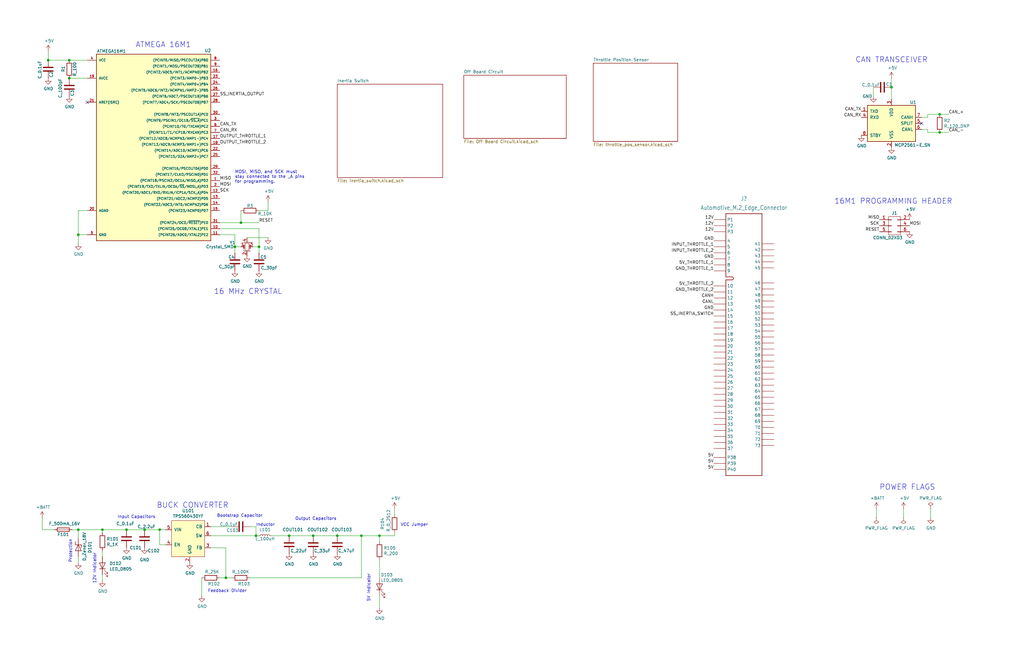
<source format=kicad_sch>
(kicad_sch (version 20211123) (generator eeschema)
  (paper "B")
  (title_block (title "OEM Project Template") (date "2019-08-22") (rev "1") (company "Olin Electric Motorsports") (comment 1 "Wesley Soo-Hoo"))
  (lib_symbols
    (symbol "formula:ATMEGA16M1" (pin_names (offset 1.016))
      (property "Reference" "U" (at -24.13 46.482 0))
      (property "Value" "ATMEGA16M1" (at 12.7 -35.56 0))
      (symbol "ATMEGA16M1_0_1"
        (rectangle (start -24.13 45.72) (end 24.13 -33.02) (stroke (width 0.254)) (fill (type background)))
      )
      (symbol "ATMEGA16M1_1_1"
        (pin bidirectional line (at 27.94 -7.62 180) (length 3.81) (name "(PCINT18/PSCIN2/OC1A/MISO_A)PD2") (number "1"))
        (pin bidirectional line (at 27.94 -27.94 180) (length 3.81) (name "(PCINT25/OC0B/XTAL1)PE1") (number "10"))
        (pin bidirectional line (at 27.94 -30.48 180) (length 3.81) (name "(PCINT26/ADC0/XTAL2)PE2") (number "11"))
        (pin bidirectional line (at 27.94 -12.7 180) (length 3.81) (name "(PCINT20/ADC1/RXD/RXLIN/ICP1A/SCK_A)PD4") (number "12"))
        (pin bidirectional line (at 27.94 -15.24 180) (length 3.81) (name "(PCINT21/ADC2/ACMP2)PD5") (number "13"))
        (pin bidirectional line (at 27.94 -17.78 180) (length 3.81) (name "(PCINT22/ADC3/INT0/ACMPN2)PD6") (number "14"))
        (pin bidirectional line (at 27.94 -20.32 180) (length 3.81) (name "(PCINT23/ACMP0)PD7") (number "15"))
        (pin bidirectional line (at 27.94 38.1 180) (length 3.81) (name "(PCINT2/ADC5/INT1/ACMPN0)PB2") (number "16"))
        (pin bidirectional line (at 27.94 10.16 180) (length 3.81) (name "(PCINT12/ADC8/ACMPN3/AMP1-)PC4") (number "17"))
        (pin bidirectional line (at 27.94 7.62 180) (length 3.81) (name "(PCINT13/ADC9/ACMP3/AMP1+)PC5") (number "18"))
        (pin power_in line (at -27.94 35.56 0) (length 3.81) (name "AVCC") (number "19"))
        (pin bidirectional line (at 27.94 -10.16 180) (length 3.81) (name "(PCINT19/TXD/TXLIN/OC0A/~{SS}/MOSI_A)PD3") (number "2"))
        (pin power_in line (at -27.94 -20.32 0) (length 3.81) (name "AGND") (number "20"))
        (pin power_in line (at -27.94 25.4 0) (length 3.81) (name "AREF(ISRC)") (number "21"))
        (pin bidirectional line (at 27.94 5.08 180) (length 3.81) (name "(PCINT14/ADC10/ACMP1)PC6") (number "22"))
        (pin bidirectional line (at 27.94 35.56 180) (length 3.81) (name "(PCINT3/AMP0-)PB3") (number "23"))
        (pin bidirectional line (at 27.94 33.02 180) (length 3.81) (name "(PCINT4/AMP0+)PB4") (number "24"))
        (pin bidirectional line (at 27.94 2.54 180) (length 3.81) (name "(PCINT15/D2A/AMP2+)PC7") (number "25"))
        (pin bidirectional line (at 27.94 30.48 180) (length 3.81) (name "(PCINT5/ADC6/INT2/ACMPN1/AMP2-)PB5") (number "26"))
        (pin bidirectional line (at 27.94 27.94 180) (length 3.81) (name "(PCINT6/ADC7/PSCOUT1B)PB6") (number "27"))
        (pin bidirectional line (at 27.94 25.4 180) (length 3.81) (name "(PCINT7/ADC4/SCK/PSCOUT0B)PB7") (number "28"))
        (pin bidirectional line (at 27.94 -2.54 180) (length 3.81) (name "(PCINT16/PSCOUT0A)PD0") (number "29"))
        (pin bidirectional line (at 27.94 17.78 180) (length 3.81) (name "(PCINT9/PSCIN1/OC1B/~{SS_A})PC1") (number "3"))
        (pin bidirectional line (at 27.94 20.32 180) (length 3.81) (name "(PCINT8/INT3/PSCOUT1A)PC0") (number "30"))
        (pin bidirectional line (at 27.94 -25.4 180) (length 3.81) (name "(PCINT24/OCD/~{RESET})PE0") (number "31"))
        (pin bidirectional line (at 27.94 -5.08 180) (length 3.81) (name "(PCINT17/CLKO/PSCIN0)PD1") (number "32"))
        (pin power_in line (at -27.94 43.18 0) (length 3.81) (name "VCC") (number "4"))
        (pin power_in line (at -27.94 -30.48 0) (length 3.81) (name "GND") (number "5"))
        (pin bidirectional line (at 27.94 15.24 180) (length 3.81) (name "(PCINT10/T0/TXCAN)PC2") (number "6"))
        (pin bidirectional line (at 27.94 12.7 180) (length 3.81) (name "(PCINT11/T1/ICP1B/RXCAN)PC3") (number "7"))
        (pin bidirectional line (at 27.94 43.18 180) (length 3.81) (name "(PCINT0/MISO/PSCOUT2A)PB0") (number "8"))
        (pin bidirectional line (at 27.94 40.64 180) (length 3.81) (name "(PCINT1/MOSI/PSCOUT2B)PB1") (number "9"))
      )
    )
    (symbol "formula:Automotive_M.2_Edge_Connector"
      (property "Reference" "J?" (at 1.27 49.53 0))
      (property "Value" "Automotive_M.2_Edge_Connector" (at 7.62 45.72 0))
      (symbol "Automotive_M.2_Edge_Connector_0_1"
        (arc (start -5.0436 15.2415) (mid -4.4198 15.8765) (end -5.0436 16.5115) (stroke (width 0.25)))
        (polyline (pts (xy -7.62 15.24) (xy -5.08 15.24)) (stroke (width 0.25)))
        (polyline (pts (xy -7.62 16.51) (xy -5.08 16.51)) (stroke (width 0.25)))
        (polyline (pts (xy -7.62 43.18) (xy -7.62 16.51)) (stroke (width 0.25)))
        (polyline (pts (xy 7.62 -67.31) (xy -7.62 -67.31)) (stroke (width 0.25)))
      )
      (symbol "Automotive_M.2_Edge_Connector_1_0"
        (polyline (pts (xy -7.62 -67.31) (xy -7.62 15.24)) (stroke (width 0.254)))
        (polyline (pts (xy 7.62 43.18) (xy -7.62 43.18)) (stroke (width 0.254)))
        (polyline (pts (xy 7.62 43.18) (xy 7.62 -67.31)) (stroke (width 0.254)))
        (pin bidirectional line (at -12.7 12.7 0) (length 5.08) (name "10") (number "10"))
        (pin bidirectional line (at -12.7 10.16 0) (length 5.08) (name "11") (number "11"))
        (pin bidirectional line (at -12.7 7.62 0) (length 5.08) (name "12") (number "12"))
        (pin bidirectional line (at -12.7 5.08 0) (length 5.08) (name "13") (number "13"))
        (pin bidirectional line (at -12.7 2.54 0) (length 5.08) (name "14") (number "14"))
        (pin bidirectional line (at -12.7 0 0) (length 5.08) (name "15") (number "15"))
        (pin bidirectional line (at -12.7 -2.54 0) (length 5.08) (name "16") (number "16"))
        (pin bidirectional line (at -12.7 -5.08 0) (length 5.08) (name "17") (number "17"))
        (pin bidirectional line (at -12.7 -7.62 0) (length 5.08) (name "18") (number "18"))
        (pin bidirectional line (at -12.7 -10.16 0) (length 5.08) (name "19") (number "19"))
        (pin bidirectional line (at -12.7 -12.7 0) (length 5.08) (name "20") (number "20"))
        (pin bidirectional line (at -12.7 -15.24 0) (length 5.08) (name "21") (number "21"))
        (pin bidirectional line (at -12.7 -17.78 0) (length 5.08) (name "22") (number "22"))
        (pin bidirectional line (at -12.7 -20.32 0) (length 5.08) (name "23") (number "23"))
        (pin bidirectional line (at -12.7 -22.86 0) (length 5.08) (name "24") (number "24"))
        (pin bidirectional line (at -12.7 -25.4 0) (length 5.08) (name "25") (number "25"))
        (pin bidirectional line (at -12.7 -27.94 0) (length 5.08) (name "26") (number "26"))
        (pin bidirectional line (at -12.7 -30.48 0) (length 5.08) (name "27") (number "27"))
        (pin bidirectional line (at -12.7 -33.02 0) (length 5.08) (name "28") (number "28"))
        (pin bidirectional line (at -12.7 -35.56 0) (length 5.08) (name "29") (number "29"))
        (pin bidirectional line (at -12.7 -38.1 0) (length 5.08) (name "30") (number "30"))
        (pin bidirectional line (at -12.7 -40.64 0) (length 5.08) (name "31") (number "31"))
        (pin bidirectional line (at -12.7 -43.18 0) (length 5.08) (name "32") (number "32"))
        (pin bidirectional line (at -12.7 -45.72 0) (length 5.08) (name "33") (number "33"))
        (pin bidirectional line (at -12.7 -48.26 0) (length 5.08) (name "34") (number "34"))
        (pin bidirectional line (at -12.7 -50.8 0) (length 5.08) (name "35") (number "35"))
        (pin bidirectional line (at -12.7 -53.34 0) (length 5.08) (name "36") (number "36"))
        (pin bidirectional line (at -12.7 -55.88 0) (length 5.08) (name "37") (number "37"))
        (pin bidirectional line (at -12.7 31.75 0) (length 5.08) (name "4") (number "4"))
        (pin bidirectional line (at 12.7 30.48 180) (length 5.08) (name "41") (number "41"))
        (pin bidirectional line (at 12.7 27.94 180) (length 5.08) (name "42") (number "42"))
        (pin bidirectional line (at 12.7 25.4 180) (length 5.08) (name "43") (number "43"))
        (pin bidirectional line (at 12.7 22.86 180) (length 5.08) (name "44") (number "44"))
        (pin bidirectional line (at 12.7 20.32 180) (length 5.08) (name "45") (number "45"))
        (pin bidirectional line (at 12.7 13.97 180) (length 5.08) (name "46") (number "46"))
        (pin bidirectional line (at 12.7 11.43 180) (length 5.08) (name "47") (number "47"))
        (pin bidirectional line (at 12.7 8.89 180) (length 5.08) (name "48") (number "48"))
        (pin bidirectional line (at 12.7 6.35 180) (length 5.08) (name "49") (number "49"))
        (pin bidirectional line (at -12.7 29.21 0) (length 5.08) (name "5") (number "5"))
        (pin bidirectional line (at 12.7 3.81 180) (length 5.08) (name "50") (number "50"))
        (pin bidirectional line (at 12.7 1.27 180) (length 5.08) (name "51") (number "51"))
        (pin bidirectional line (at 12.7 -1.27 180) (length 5.08) (name "52") (number "52"))
        (pin bidirectional line (at 12.7 -3.81 180) (length 5.08) (name "53") (number "53"))
        (pin bidirectional line (at 12.7 -6.35 180) (length 5.08) (name "54") (number "54"))
        (pin bidirectional line (at 12.7 -8.89 180) (length 5.08) (name "55") (number "55"))
        (pin bidirectional line (at 12.7 -11.43 180) (length 5.08) (name "56") (number "56"))
        (pin bidirectional line (at 12.7 -13.97 180) (length 5.08) (name "57") (number "57"))
        (pin bidirectional line (at 12.7 -16.51 180) (length 5.08) (name "58") (number "58"))
        (pin bidirectional line (at 12.7 -19.05 180) (length 5.08) (name "59") (number "59"))
        (pin bidirectional line (at -12.7 26.67 0) (length 5.08) (name "6") (number "6"))
        (pin bidirectional line (at 12.7 -21.59 180) (length 5.08) (name "60") (number "60"))
        (pin bidirectional line (at 12.7 -24.13 180) (length 5.08) (name "61") (number "61"))
        (pin bidirectional line (at 12.7 -26.67 180) (length 5.08) (name "62") (number "62"))
        (pin bidirectional line (at 12.7 -29.21 180) (length 5.08) (name "63") (number "63"))
        (pin bidirectional line (at 12.7 -31.75 180) (length 5.08) (name "64") (number "64"))
        (pin bidirectional line (at 12.7 -34.29 180) (length 5.08) (name "65") (number "65"))
        (pin bidirectional line (at 12.7 -36.83 180) (length 5.08) (name "66") (number "66"))
        (pin bidirectional line (at 12.7 -39.37 180) (length 5.08) (name "67") (number "67"))
        (pin bidirectional line (at 12.7 -41.91 180) (length 5.08) (name "68") (number "68"))
        (pin bidirectional line (at 12.7 -44.45 180) (length 5.08) (name "69") (number "69"))
        (pin bidirectional line (at -12.7 24.13 0) (length 5.08) (name "7") (number "7"))
        (pin bidirectional line (at 12.7 -46.99 180) (length 5.08) (name "70") (number "70"))
        (pin bidirectional line (at 12.7 -49.53 180) (length 5.08) (name "71") (number "71"))
        (pin bidirectional line (at 12.7 -52.07 180) (length 5.08) (name "72") (number "72"))
        (pin bidirectional line (at 12.7 -54.61 180) (length 5.08) (name "73") (number "73"))
        (pin bidirectional line (at -12.7 21.59 0) (length 5.08) (name "8") (number "8"))
        (pin bidirectional line (at -12.7 19.05 0) (length 5.08) (name "9") (number "9"))
        (pin bidirectional line (at -12.7 40.64 0) (length 5.08) (name "P1") (number "P1"))
        (pin bidirectional line (at -12.7 38.1 0) (length 5.08) (name "P2") (number "P2"))
        (pin bidirectional line (at -12.7 35.56 0) (length 5.08) (name "P3") (number "P3"))
        (pin bidirectional line (at -12.7 -59.69 0) (length 5.08) (name "P38") (number "P38"))
        (pin bidirectional line (at -12.7 -62.23 0) (length 5.08) (name "P39") (number "P39"))
        (pin bidirectional line (at -12.7 -64.77 0) (length 5.08) (name "P40") (number "P40"))
      )
    )
    (symbol "formula:CONN_02X03" (pin_names (offset 0.0254) hide)
      (property "Reference" "J" (at 0 5.08 0))
      (property "Value" "CONN_02X03" (at 0 -5.08 0))
      (symbol "CONN_02X03_0_1"
        (rectangle (start -2.54 -2.413) (end -1.27 -2.667))
        (rectangle (start -2.54 0.127) (end -1.27 -0.127))
        (rectangle (start -2.54 2.667) (end -1.27 2.413))
        (rectangle (start -2.54 3.81) (end 2.54 -3.81))
        (rectangle (start 1.27 -2.413) (end 2.54 -2.667))
        (rectangle (start 1.27 0.127) (end 2.54 -0.127))
        (rectangle (start 1.27 2.667) (end 2.54 2.413))
      )
      (symbol "CONN_02X03_1_1"
        (pin passive line (at -6.35 2.54 0) (length 3.81) (name "P1") (number "1"))
        (pin passive line (at 6.35 2.54 180) (length 3.81) (name "P2") (number "2"))
        (pin passive line (at -6.35 0 0) (length 3.81) (name "P3") (number "3"))
        (pin passive line (at 6.35 0 180) (length 3.81) (name "P4") (number "4"))
        (pin passive line (at -6.35 -2.54 0) (length 3.81) (name "P5") (number "5"))
        (pin passive line (at 6.35 -2.54 180) (length 3.81) (name "P6") (number "6"))
      )
    )
    (symbol "formula:C_0.1uF" (pin_numbers hide) (pin_names (offset 0.254))
      (property "Reference" "C" (at 0.635 2.54 0))
      (property "Value" "C_0.1uF" (at 0.635 -2.54 0))
      (symbol "C_0.1uF_0_1"
        (polyline (pts (xy -2.032 -0.762) (xy 2.032 -0.762)) (stroke (width 0.508)))
        (polyline (pts (xy -2.032 0.762) (xy 2.032 0.762)) (stroke (width 0.508)))
      )
      (symbol "C_0.1uF_1_1"
        (pin passive line (at 0 3.81 270) (length 2.794) (name "~") (number "1"))
        (pin passive line (at 0 -3.81 90) (length 2.794) (name "~") (number "2"))
      )
    )
    (symbol "formula:C_100pF" (pin_numbers hide) (pin_names (offset 0.254))
      (property "Reference" "C" (at 0.635 2.54 0))
      (property "Value" "C_100pF" (at 0.635 -2.54 0))
      (symbol "C_100pF_0_1"
        (polyline (pts (xy -2.032 -0.762) (xy 2.032 -0.762)) (stroke (width 0.508)))
        (polyline (pts (xy -2.032 0.762) (xy 2.032 0.762)) (stroke (width 0.508)))
      )
      (symbol "C_100pF_1_1"
        (pin passive line (at 0 3.81 270) (length 2.794) (name "~") (number "1"))
        (pin passive line (at 0 -3.81 90) (length 2.794) (name "~") (number "2"))
      )
    )
    (symbol "formula:C_2.2uF" (pin_numbers hide) (pin_names (offset 0.254))
      (property "Reference" "C" (at 0.635 3.81 0))
      (property "Value" "C_2.2uF" (at 0.635 -1.27 0))
      (symbol "C_2.2uF_0_1"
        (polyline (pts (xy -2.032 0.508) (xy 2.032 0.508)) (stroke (width 0.508)))
        (polyline (pts (xy -2.032 2.032) (xy 2.032 2.032)) (stroke (width 0.508)))
      )
      (symbol "C_2.2uF_1_1"
        (pin passive line (at 0 5.08 270) (length 2.794) (name "~") (number "1"))
        (pin passive line (at 0 -2.54 90) (length 2.794) (name "~") (number "2"))
      )
    )
    (symbol "formula:C_22uF" (pin_numbers hide) (pin_names (offset 0.254))
      (property "Reference" "C" (at 0.635 2.54 0))
      (property "Value" "C_22uF" (at 0.635 -2.54 0))
      (symbol "C_22uF_0_1"
        (polyline (pts (xy -2.032 -0.762) (xy 2.032 -0.762)) (stroke (width 0.508)))
        (polyline (pts (xy -2.032 0.762) (xy 2.032 0.762)) (stroke (width 0.508)))
      )
      (symbol "C_22uF_1_1"
        (pin passive line (at 0 3.81 270) (length 2.794) (name "~") (number "1"))
        (pin passive line (at 0 -3.81 90) (length 2.794) (name "~") (number "2"))
      )
    )
    (symbol "formula:C_30pF" (pin_numbers hide) (pin_names (offset 0.254))
      (property "Reference" "C" (at 0.635 2.54 0))
      (property "Value" "C_30pF" (at 0.635 -2.54 0))
      (symbol "C_30pF_0_1"
        (polyline (pts (xy -2.032 -0.762) (xy 2.032 -0.762)) (stroke (width 0.508)))
        (polyline (pts (xy -2.032 0.762) (xy 2.032 0.762)) (stroke (width 0.508)))
      )
      (symbol "C_30pF_1_1"
        (pin passive line (at 0 3.81 270) (length 2.794) (name "~") (number "1"))
        (pin passive line (at 0 -3.81 90) (length 2.794) (name "~") (number "2"))
      )
    )
    (symbol "formula:C_33uF" (pin_numbers hide) (pin_names (offset 0.254))
      (property "Reference" "C" (at 0.635 2.54 0))
      (property "Value" "C_33uF" (at 2.54 -7.62 0))
      (symbol "C_33uF_0_1"
        (polyline (pts (xy -2.032 -0.762) (xy 2.032 -0.762)) (stroke (width 0.508)))
        (polyline (pts (xy -2.032 0.762) (xy 2.032 0.762)) (stroke (width 0.508)))
      )
      (symbol "C_33uF_1_1"
        (pin passive line (at 0 3.81 270) (length 2.794) (name "~") (number "1"))
        (pin passive line (at 0 -3.81 90) (length 2.794) (name "~") (number "2"))
      )
    )
    (symbol "formula:C_47uF" (pin_numbers hide) (pin_names (offset 0.254))
      (property "Reference" "C" (at 0.635 2.54 0))
      (property "Value" "C_47uF" (at 0.635 -2.54 0))
      (symbol "C_47uF_0_1"
        (polyline (pts (xy -2.032 -0.762) (xy 2.032 -0.762)) (stroke (width 0.508)))
        (polyline (pts (xy -2.032 0.762) (xy 2.032 0.762)) (stroke (width 0.508)))
      )
      (symbol "C_47uF_1_1"
        (pin passive line (at 0 3.81 270) (length 2.794) (name "~") (number "1"))
        (pin passive line (at 0 -3.81 90) (length 2.794) (name "~") (number "2"))
      )
    )
    (symbol "formula:Crystal_SMD" (pin_names (offset 1.016) hide)
      (property "Reference" "Y" (at 1.27 4.445 0))
      (property "Value" "Crystal_SMD" (at 1.27 2.54 0))
      (symbol "Crystal_SMD_0_1"
        (rectangle (start -0.762 -1.524) (end 0.762 1.524))
        (polyline (pts (xy -1.27 -0.762) (xy -1.27 0.762)) (stroke (width 0.381)))
        (polyline (pts (xy 1.27 -0.762) (xy 1.27 0.762)) (stroke (width 0.381)))
        (polyline (pts (xy -1.27 -1.27) (xy -1.27 -1.905) (xy 1.27 -1.905) (xy 1.27 -1.27)))
        (polyline (pts (xy -1.27 1.27) (xy -1.27 1.905) (xy 1.27 1.905) (xy 1.27 1.27)))
      )
      (symbol "Crystal_SMD_1_1"
        (pin passive line (at -2.54 0 0) (length 1.27) (name "1") (number "1"))
        (pin passive line (at 0 -3.81 90) (length 1.905) (name "2") (number "2"))
        (pin passive line (at 2.54 0 180) (length 1.27) (name "3") (number "3"))
        (pin passive line (at 0 3.81 270) (length 1.905) (name "4") (number "4"))
      )
    )
    (symbol "formula:D_Zener_18V" (pin_numbers hide) (pin_names (offset 1.016) hide)
      (property "Reference" "D" (at 0 2.54 0))
      (property "Value" "D_Zener_18V" (at 0 -2.54 0))
      (symbol "D_Zener_18V_0_1"
        (polyline (pts (xy -1.27 -1.27) (xy -2.54 -1.27)) (stroke (width 0.2032)))
        (polyline (pts (xy -1.27 1.27) (xy 0 1.27)) (stroke (width 0.2032)))
        (polyline (pts (xy 1.27 0) (xy -1.27 0)))
        (polyline (pts (xy -1.27 -1.27) (xy -1.27 1.27) (xy -0.762 1.27)) (stroke (width 0.2032)))
        (polyline (pts (xy 1.27 -1.27) (xy 1.27 1.27) (xy -1.27 0) (xy 1.27 -1.27)) (stroke (width 0.2032)))
      )
      (symbol "D_Zener_18V_1_1"
        (pin passive line (at -3.81 0 0) (length 2.54) (name "K") (number "1"))
        (pin passive line (at 3.81 0 180) (length 2.54) (name "A") (number "2"))
      )
    )
    (symbol "formula:F_500mA_16V" (pin_numbers hide) (pin_names (offset 0))
      (property "Reference" "F" (at 2.032 0 90))
      (property "Value" "F_500mA_16V" (at -1.905 0 90))
      (symbol "F_500mA_16V_0_1"
        (rectangle (start -0.762 -2.54) (end 0.762 2.54) (stroke (width 0.254)))
        (polyline (pts (xy 0 2.54) (xy 0 -2.54)))
      )
      (symbol "F_500mA_16V_1_1"
        (pin passive line (at 0 3.81 270) (length 1.27) (name "~") (number "1"))
        (pin passive line (at 0 -3.81 90) (length 1.27) (name "~") (number "2"))
      )
    )
    (symbol "formula:LED_0805" (pin_numbers hide) (pin_names (offset 1.016) hide)
      (property "Reference" "D" (at 0 -2.54 0))
      (property "Value" "LED_0805" (at 0 2.54 0))
      (symbol "LED_0805_0_1"
        (polyline (pts (xy -1.27 -1.27) (xy -1.27 1.27)) (stroke (width 0.2032)))
        (polyline (pts (xy -1.27 0) (xy 1.27 0)))
        (polyline (pts (xy 1.27 -1.27) (xy 1.27 1.27) (xy -1.27 0) (xy 1.27 -1.27)) (stroke (width 0.2032)))
        (polyline (pts (xy -3.048 -0.762) (xy -4.572 -2.286) (xy -3.81 -2.286) (xy -4.572 -2.286) (xy -4.572 -1.524)))
        (polyline (pts (xy -1.778 -0.762) (xy -3.302 -2.286) (xy -2.54 -2.286) (xy -3.302 -2.286) (xy -3.302 -1.524)))
      )
      (symbol "LED_0805_1_1"
        (pin passive line (at -3.81 0 0) (length 2.54) (name "K") (number "1"))
        (pin passive line (at 3.81 0 180) (length 2.54) (name "A") (number "2"))
      )
    )
    (symbol "formula:L_100uH" (pin_numbers hide) (pin_names (offset 1.016) hide)
      (property "Reference" "L" (at 0 -1.27 0))
      (property "Value" "L_100uH" (at 0 2.54 0))
      (symbol "L_100uH_1_1"
        (arc (start -1.016 0) (mid -1.524 0.508) (end -2.032 0))
        (arc (start 0 0) (mid -0.508 0.508) (end -1.016 0))
        (arc (start 1.016 0) (mid 0.508 0.508) (end 0 0))
        (arc (start 2.032 0) (mid 1.524 0.508) (end 1.016 0))
        (pin passive line (at -2.54 0 0) (length 0.508) (name "~") (number "1"))
        (pin passive line (at 2.54 0 180) (length 0.508) (name "~") (number "2"))
      )
    )
    (symbol "formula:MCP2561-E_SN" (pin_names (offset 1.016))
      (property "Reference" "U" (at -10.16 8.89 0))
      (property "Value" "MCP2561-E_SN" (at 2.54 8.89 0))
      (symbol "MCP2561-E_SN_0_1"
        (rectangle (start -10.16 7.62) (end 10.16 -7.62) (stroke (width 0.254)) (fill (type background)))
      )
      (symbol "MCP2561-E_SN_1_1"
        (pin input line (at -12.7 5.08 0) (length 2.54) (name "TXD") (number "1"))
        (pin power_in line (at 0 -10.16 90) (length 2.54) (name "VSS") (number "2"))
        (pin power_in line (at 0 10.16 270) (length 2.54) (name "VDD") (number "3"))
        (pin output line (at -12.7 2.54 0) (length 2.54) (name "RXD") (number "4"))
        (pin passive line (at 12.7 0 180) (length 2.54) (name "SPLIT") (number "5"))
        (pin bidirectional line (at 12.7 -2.54 180) (length 2.54) (name "CANL") (number "6"))
        (pin bidirectional line (at 12.7 2.54 180) (length 2.54) (name "CANH") (number "7"))
        (pin input line (at -12.7 -5.08 0) (length 2.54) (name "STBY") (number "8"))
      )
    )
    (symbol "formula:R_0_2512" (pin_numbers hide) (pin_names (offset 0))
      (property "Reference" "R" (at 2.032 0 90))
      (property "Value" "R_0_2512" (at -2.54 0 90))
      (symbol "R_0_2512_0_1"
        (rectangle (start -1.016 -2.54) (end 1.016 2.54) (stroke (width 0.254)))
      )
      (symbol "R_0_2512_1_1"
        (pin passive line (at 0 3.81 270) (length 1.27) (name "~") (number "1"))
        (pin passive line (at 0 -3.81 90) (length 1.27) (name "~") (number "2"))
      )
    )
    (symbol "formula:R_100" (pin_numbers hide) (pin_names (offset 0))
      (property "Reference" "R" (at 2.032 0 90))
      (property "Value" "R_100" (at -2.54 0 90))
      (symbol "R_100_0_1"
        (rectangle (start -1.016 -2.54) (end 1.016 2.54) (stroke (width 0.254)))
      )
      (symbol "R_100_1_1"
        (pin passive line (at 0 3.81 270) (length 1.27) (name "~") (number "1"))
        (pin passive line (at 0 -3.81 90) (length 1.27) (name "~") (number "2"))
      )
    )
    (symbol "formula:R_100K" (pin_numbers hide) (pin_names (offset 0))
      (property "Reference" "R" (at 2.032 0 90))
      (property "Value" "R_100K" (at -2.54 0 90))
      (symbol "R_100K_0_1"
        (rectangle (start -1.016 -2.54) (end 1.016 2.54) (stroke (width 0.254)))
      )
      (symbol "R_100K_1_1"
        (pin passive line (at 0 3.81 270) (length 1.27) (name "~") (number "1"))
        (pin passive line (at 0 -3.81 90) (length 1.27) (name "~") (number "2"))
      )
    )
    (symbol "formula:R_10K" (pin_numbers hide) (pin_names (offset 0))
      (property "Reference" "R" (at 2.032 0 90))
      (property "Value" "R_10K" (at -2.54 0 90))
      (symbol "R_10K_0_1"
        (rectangle (start -1.016 -2.54) (end 1.016 2.54) (stroke (width 0.254)))
      )
      (symbol "R_10K_1_1"
        (pin passive line (at 0 3.81 270) (length 1.27) (name "~") (number "1"))
        (pin passive line (at 0 -3.81 90) (length 1.27) (name "~") (number "2"))
      )
    )
    (symbol "formula:R_120_DNP" (pin_numbers hide) (pin_names (offset 0))
      (property "Reference" "R" (at 2.032 0 90))
      (property "Value" "R_120_DNP" (at -2.54 0 90))
      (symbol "R_120_DNP_0_1"
        (rectangle (start -1.016 -2.54) (end 1.016 2.54) (stroke (width 0.254)))
      )
      (symbol "R_120_DNP_1_1"
        (pin passive line (at 0 3.81 270) (length 1.27) (name "~") (number "1"))
        (pin passive line (at 0 -3.81 90) (length 1.27) (name "~") (number "2"))
      )
    )
    (symbol "formula:R_1K" (pin_numbers hide) (pin_names (offset 0))
      (property "Reference" "R" (at 2.032 0 90))
      (property "Value" "R_1K" (at -2.54 0 90))
      (symbol "R_1K_0_1"
        (rectangle (start -1.016 -2.54) (end 1.016 2.54) (stroke (width 0.254)))
      )
      (symbol "R_1K_1_1"
        (pin passive line (at 0 3.81 270) (length 1.27) (name "~") (number "1"))
        (pin passive line (at 0 -3.81 90) (length 1.27) (name "~") (number "2"))
      )
    )
    (symbol "formula:R_200" (pin_numbers hide) (pin_names (offset 0))
      (property "Reference" "R" (at 2.032 0 90))
      (property "Value" "R_200" (at -2.54 0 90))
      (symbol "R_200_0_1"
        (rectangle (start -1.016 -2.54) (end 1.016 2.54) (stroke (width 0.254)))
      )
      (symbol "R_200_1_1"
        (pin passive line (at 0 3.81 270) (length 1.27) (name "~") (number "1"))
        (pin passive line (at 0 -3.81 90) (length 1.27) (name "~") (number "2"))
      )
    )
    (symbol "formula:R_25K" (pin_numbers hide) (pin_names (offset 0))
      (property "Reference" "R" (at 6.35 0 90))
      (property "Value" "R_25K" (at 5.08 5.08 0))
      (symbol "R_25K_0_1"
        (rectangle (start -1.016 -2.54) (end 1.016 2.54) (stroke (width 0.254)))
      )
      (symbol "R_25K_1_1"
        (pin passive line (at 0 3.81 270) (length 1.27) (name "~") (number "1"))
        (pin passive line (at 0 -3.81 90) (length 1.27) (name "~") (number "2"))
      )
    )
    (symbol "formula:TPS560430YF" (pin_names (offset 1.016))
      (property "Reference" "U" (at -5.08 -8.89 0))
      (property "Value" "TPS560430YF" (at 0 10.16 0))
      (symbol "TPS560430YF_0_1"
        (rectangle (start -6.35 -2.54) (end -6.35 -2.54))
        (rectangle (start -6.35 7.62) (end 7.62 -7.62) (fill (type background)))
      )
      (symbol "TPS560430YF_1_1"
        (pin bidirectional line (at 10.16 5.08 180) (length 2.54) (name "CB") (number "1"))
        (pin power_in line (at 1.27 -10.16 90) (length 2.54) (name "GND") (number "2"))
        (pin input line (at 10.16 -3.81 180) (length 2.54) (name "FB") (number "3"))
        (pin input line (at -8.89 -2.54 0) (length 2.54) (name "EN") (number "4"))
        (pin power_in line (at -8.89 3.81 0) (length 2.54) (name "VIN") (number "5"))
        (pin output line (at 10.16 1.27 180) (length 2.54) (name "SW") (number "6"))
      )
    )
    (symbol "power:+5V" (power) (pin_names (offset 0))
      (property "Value" "+5V" (at 0 3.556 0))
      (symbol "+5V_0_1"
        (polyline (pts (xy -0.762 1.27) (xy 0 2.54)))
        (polyline (pts (xy 0 0) (xy 0 2.54)))
        (polyline (pts (xy 0 2.54) (xy 0.762 1.27)))
      )
      (symbol "+5V_1_1"
        (pin power_in line (at 0 0 90) (length 0) hide (name "+5V") (number "1"))
      )
    )
    (symbol "power:+BATT" (power) (pin_names (offset 0))
      (property "Value" "+BATT" (at 0 3.556 0))
      (symbol "+BATT_0_1"
        (polyline (pts (xy -0.762 1.27) (xy 0 2.54)))
        (polyline (pts (xy 0 0) (xy 0 2.54)))
        (polyline (pts (xy 0 2.54) (xy 0.762 1.27)))
      )
      (symbol "+BATT_1_1"
        (pin power_in line (at 0 0 90) (length 0) hide (name "+BATT") (number "1"))
      )
    )
    (symbol "power:GND" (power) (pin_names (offset 0))
      (property "Value" "GND" (at 0 -3.81 0))
      (symbol "GND_0_1"
        (polyline (pts (xy 0 0) (xy 0 -1.27) (xy 1.27 -1.27) (xy 0 -2.54) (xy -1.27 -1.27) (xy 0 -1.27)))
      )
      (symbol "GND_1_1"
        (pin power_in line (at 0 0 270) (length 0) hide (name "GND") (number "1"))
      )
    )
    (symbol "power:PWR_FLAG" (power) (pin_numbers hide) (pin_names (offset 0) hide)
      (property "Value" "PWR_FLAG" (at 0 3.81 0))
      (symbol "PWR_FLAG_0_0"
        (pin power_out line (at 0 0 90) (length 0) (name "pwr") (number "1"))
      )
      (symbol "PWR_FLAG_0_1"
        (polyline (pts (xy 0 0) (xy 0 1.27) (xy -1.016 1.905) (xy 0 2.54) (xy 1.016 1.905) (xy 0 1.27)))
      )
    )
  )
  (junction (at 20.32 25.4))
  (junction (at 33.02 223.52))
  (junction (at 375.92 36.83))
  (junction (at 29.21 25.4))
  (junction (at 67.31 223.52))
  (junction (at 152.4 226.06))
  (junction (at 121.92 226.06))
  (junction (at 142.24 226.06))
  (junction (at 43.18 223.52))
  (junction (at 53.34 223.52))
  (junction (at 29.21 33.02))
  (junction (at 107.95 226.06))
  (junction (at 396.24 55.88))
  (junction (at 132.08 226.06))
  (junction (at 33.02 99.06))
  (junction (at 396.24 48.26))
  (junction (at 101.6 93.98))
  (junction (at 60.96 223.52))
  (junction (at 160.02 226.06))
  (junction (at 99.06 104.14))
  (junction (at 95.25 243.84))
  (junction (at 109.22 104.14))
  (no_connect (at 388.62 52.07))
  (no_connect (at 36.83 43.18))
  (wire (pts (xy 160.02 251.46) (xy 160.02 256.54)))
  (wire (pts (xy 160.02 228.6) (xy 160.02 226.06)))
  (wire (pts (xy 88.9 231.14) (xy 95.25 231.14)))
  (wire (pts (xy 53.34 223.52) (xy 60.96 223.52)))
  (wire (pts (xy 33.02 88.9) (xy 36.83 88.9)))
  (wire (pts (xy 109.22 96.52) (xy 92.71 96.52)))
  (wire (pts (xy 368.3 36.83) (xy 368.3 40.64)))
  (wire (pts (xy 391.16 54.61) (xy 391.16 55.88)))
  (wire (pts (xy 67.31 223.52) (xy 69.85 223.52)))
  (wire (pts (xy 107.95 226.06) (xy 109.22 226.06)))
  (wire (pts (xy 104.14 100.33) (xy 113.03 100.33)))
  (wire (pts (xy 166.37 226.06) (xy 166.37 224.79)))
  (wire (pts (xy 99.06 104.14) (xy 101.6 104.14)))
  (wire (pts (xy 88.9 226.06) (xy 107.95 226.06)))
  (wire (pts (xy 33.02 227.33) (xy 33.02 223.52)))
  (wire (pts (xy 85.09 243.84) (xy 85.09 251.46)))
  (wire (pts (xy 33.02 223.52) (xy 43.18 223.52)))
  (wire (pts (xy 391.16 48.26) (xy 396.24 48.26)))
  (wire (pts (xy 33.02 102.87) (xy 33.02 99.06)))
  (wire (pts (xy 391.16 55.88) (xy 396.24 55.88)))
  (wire (pts (xy 381 218.44) (xy 381 214.63)))
  (wire (pts (xy 114.3 226.06) (xy 121.92 226.06)))
  (wire (pts (xy 99.06 104.14) (xy 99.06 99.06)))
  (wire (pts (xy 20.32 25.4) (xy 29.21 25.4)))
  (wire (pts (xy 160.02 236.22) (xy 160.02 243.84)))
  (wire (pts (xy 396.24 48.26) (xy 400.05 48.26)))
  (wire (pts (xy 17.78 223.52) (xy 22.86 223.52)))
  (wire (pts (xy 142.24 226.06) (xy 152.4 226.06)))
  (wire (pts (xy 69.85 229.87) (xy 67.31 229.87)))
  (wire (pts (xy 36.83 33.02) (xy 29.21 33.02)))
  (wire (pts (xy 392.43 214.63) (xy 392.43 218.44)))
  (wire (pts (xy 375.92 36.83) (xy 375.92 33.02)))
  (wire (pts (xy 166.37 217.17) (xy 166.37 214.63)))
  (wire (pts (xy 95.25 231.14) (xy 95.25 243.84)))
  (wire (pts (xy 396.24 55.88) (xy 400.05 55.88)))
  (wire (pts (xy 375.92 41.91) (xy 375.92 36.83)))
  (wire (pts (xy 67.31 229.87) (xy 67.31 223.52)))
  (wire (pts (xy 106.68 104.14) (xy 109.22 104.14)))
  (wire (pts (xy 109.22 88.9) (xy 113.03 88.9)))
  (wire (pts (xy 60.96 223.52) (xy 67.31 223.52)))
  (wire (pts (xy 88.9 222.25) (xy 97.79 222.25)))
  (wire (pts (xy 109.22 104.14) (xy 109.22 96.52)))
  (wire (pts (xy 107.95 222.25) (xy 107.95 226.06)))
  (wire (pts (xy 29.21 25.4) (xy 36.83 25.4)))
  (wire (pts (xy 369.57 214.63) (xy 369.57 218.44)))
  (wire (pts (xy 105.41 243.84) (xy 152.4 243.84)))
  (wire (pts (xy 33.02 234.95) (xy 33.02 237.49)))
  (wire (pts (xy 30.48 223.52) (xy 33.02 223.52)))
  (wire (pts (xy 152.4 243.84) (xy 152.4 226.06)))
  (wire (pts (xy 43.18 232.41) (xy 43.18 234.95)))
  (wire (pts (xy 388.62 49.53) (xy 391.16 49.53)))
  (wire (pts (xy 160.02 226.06) (xy 166.37 226.06)))
  (wire (pts (xy 33.02 99.06) (xy 33.02 88.9)))
  (wire (pts (xy 388.62 54.61) (xy 391.16 54.61)))
  (wire (pts (xy 95.25 243.84) (xy 97.79 243.84)))
  (wire (pts (xy 132.08 226.06) (xy 142.24 226.06)))
  (wire (pts (xy 109.22 104.14) (xy 109.22 106.68)))
  (wire (pts (xy 92.71 243.84) (xy 95.25 243.84)))
  (wire (pts (xy 20.32 21.59) (xy 20.32 25.4)))
  (wire (pts (xy 99.06 106.68) (xy 99.06 104.14)))
  (wire (pts (xy 152.4 226.06) (xy 160.02 226.06)))
  (wire (pts (xy 101.6 93.98) (xy 101.6 88.9)))
  (wire (pts (xy 43.18 223.52) (xy 53.34 223.52)))
  (wire (pts (xy 101.6 93.98) (xy 109.22 93.98)))
  (wire (pts (xy 99.06 99.06) (xy 92.71 99.06)))
  (wire (pts (xy 105.41 222.25) (xy 107.95 222.25)))
  (wire (pts (xy 43.18 223.52) (xy 43.18 224.79)))
  (wire (pts (xy 17.78 218.44) (xy 17.78 223.52)))
  (wire (pts (xy 36.83 99.06) (xy 33.02 99.06)))
  (wire (pts (xy 391.16 49.53) (xy 391.16 48.26)))
  (wire (pts (xy 43.18 242.57) (xy 43.18 245.11)))
  (wire (pts (xy 92.71 93.98) (xy 101.6 93.98)))
  (wire (pts (xy 121.92 226.06) (xy 132.08 226.06)))
  (wire (pts (xy 113.03 88.9) (xy 113.03 85.09)))
  (text "Protection\n" (at 30.48 237.49 90) (effects (font (size 1.27 1.27)) (justify left bottom)))
  (text "BUCK CONVERTER\n" (at 66.04 214.63 0) (effects (font (size 2.2606 2.2606)) (justify left bottom)))
  (text "Bootstrap Capacitor\n" (at 91.44 218.44 0) (effects (font (size 1.27 1.27)) (justify left bottom)))
  (text "Output Capacitors\n" (at 124.46 219.71 0) (effects (font (size 1.27 1.27)) (justify left bottom)))
  (text "POWER FLAGS\n" (at 370.84 207.01 0) (effects (font (size 2.2606 2.2606)) (justify left bottom)))
  (text "12V Indicator" (at 40.64 246.38 90) (effects (font (size 1.27 1.27)) (justify left bottom)))
  (text "CAN TRANSCEIVER\n" (at 360.68 26.67 0) (effects (font (size 2.2606 2.2606)) (justify left bottom)))
  (text "Input Capacitors\n\n" (at 49.53 220.98 0) (effects (font (size 1.27 1.27)) (justify left bottom)))
  (text "VCC Jumper\n" (at 168.91 222.25 0) (effects (font (size 1.27 1.27)) (justify left bottom)))
  (text "ATMEGA 16M1\n" (at 57.15 20.32 0) (effects (font (size 2.2606 2.2606)) (justify left bottom)))
  (text "5V Indicator" (at 156.21 254 90) (effects (font (size 1.27 1.27)) (justify left bottom)))
  (text "MOSI, MISO, and SCK must\nstay connected to the _A pins\nfor programming." (at 99.06 77.47 0) (effects (font (size 1.27 1.27)) (justify left bottom)))
  (text "Inductor\n" (at 107.95 222.25 0) (effects (font (size 1.27 1.27)) (justify left bottom)))
  (text "Feedback Divider\n" (at 87.63 250.19 0) (effects (font (size 1.27 1.27)) (justify left bottom)))
  (text "16 MHz CRYSTAL\n" (at 90.17 124.46 0) (effects (font (size 2.2606 2.2606)) (justify left bottom)))
  (text "16M1 PROGRAMMING HEADER\n" (at 351.79 86.36 0) (effects (font (size 2.2606 2.2606)) (justify left bottom)))
  (label "RESET" (at 370.84 97.79 180))
  (label "MISO" (at 92.71 76.2 0))
  (label "5V_THROTTLE_2" (at 300.99 120.65 180))
  (label "MOSI" (at 383.54 95.25 0))
  (label "CAN_+" (at 400.05 48.26 0))
  (label "5V" (at 300.99 195.58 180))
  (label "GND_THROTTLE_2" (at 300.99 123.19 180))
  (label "CAN_-" (at 400.05 55.88 0))
  (label "SS_INERTIA_OUTPUT" (at 92.71 40.64 0))
  (label "CAN_RX" (at 92.71 55.88 0))
  (label "12V" (at 300.99 97.79 180))
  (label "INPUT_THROTTLE_1" (at 300.99 104.14 180))
  (label "OUTPUT_THROTTLE_2" (at 92.71 60.96 0))
  (label "OUTPUT_THROTTLE_1" (at 92.71 58.42 0))
  (label "12V" (at 300.99 95.25 180))
  (label "12V" (at 300.99 92.71 180))
  (label "GND_THROTTLE_1" (at 300.99 114.3 180))
  (label "CAN_TX" (at 92.71 53.34 0))
  (label "MOSI" (at 92.71 78.74 0))
  (label "5V_THROTTLE_1" (at 300.99 111.76 180))
  (label "5V" (at 300.99 193.04 180))
  (label "CAN_TX" (at 363.22 46.99 180))
  (label "SCK" (at 92.71 81.28 0))
  (label "CANH" (at 300.99 125.73 180))
  (label "SCK" (at 370.84 95.25 180))
  (label "SS_INERTIA_SWITCH" (at 300.99 133.35 180))
  (label "CANL" (at 300.99 128.27 180))
  (label "RESET" (at 109.22 93.98 0))
  (label "GND" (at 300.99 130.81 180))
  (label "5V" (at 300.99 198.12 180))
  (label "INPUT_THROTTLE_2" (at 300.99 106.68 180))
  (label "GND" (at 300.99 101.6 180))
  (label "CAN_RX" (at 363.22 49.53 180))
  (label "MISO" (at 370.84 92.71 180))
  (label "GND" (at 300.99 109.22 180))
  (symbol (lib_id "power:GND") (at 80.01 237.49 0) (unit 1)
    (property "Reference" "#PWR?" (effects hide))
    (property "Value" "GND" (at 80.137 241.8842 0))
  )
  (symbol (lib_id "power:GND") (at 60.96 231.14 0) (unit 1)
    (property "Reference" "#PWR?" (effects hide))
    (property "Value" "GND" (at 60.96 236.22 0))
  )
  (symbol (lib_id "power:GND") (at 53.34 231.14 0) (unit 1)
    (property "Reference" "#PWR?" (effects hide))
    (property "Value" "GND" (at 53.467 235.5342 0))
  )
  (symbol (lib_id "formula:C_0.1uF") (at 101.6 222.25 90) (unit 1)
    (property "Reference" "C103" (at 98.044 223.774 90))
    (property "Value" "C_0.1uF" (at 96.52 221.234 90))
    (property "Footprint" "footprints:C_0805_OEM" (effects hide))
    (property "Datasheet" "http://datasheets.avx.com/X7RDielectric.pdf" (effects hide))
    (property "MFN" "DK" (effects hide))
    (property "MPN" "478-3352-1-ND" (effects hide))
    (property "PurchasingLink" "https://www.digikey.com/products/en?keywords=478-3352-1-ND" (effects hide))
  )
  (symbol (lib_id "formula:C_2.2uF") (at 60.96 228.6 0) (unit 1)
    (property "Reference" "C102" (at 62.23 232.41 0) (effects (justify left)))
    (property "Value" "C_2.2uF" (at 57.912 222.25 0) (effects (justify left)))
    (property "Footprint" "footprints:C_0603_1608Metric" (effects hide))
    (property "Datasheet" "http://www.yageo.com/documents/recent/UPY-GPHC_X5R_4V-to-50V_25.pdf" (effects hide))
    (property "MFN" "DK" (effects hide))
    (property "MPN" "311-1451-1-ND" (effects hide))
    (property "PurchasingLink" "https://www.digikey.com/product-detail/en/yageo/CC0603KRX5R6BB225/311-1451-1-ND/2833757" (effects hide))
  )
  (symbol (lib_id "formula:C_0.1uF") (at 53.34 227.33 0) (unit 1)
    (property "Reference" "C101" (at 54.61 231.14 0) (effects (justify left)))
    (property "Value" "C_0.1uF" (at 49.022 220.98 0) (effects (justify left)))
    (property "Footprint" "footprints:C_0805_OEM" (effects hide))
    (property "Datasheet" "http://datasheets.avx.com/X7RDielectric.pdf" (effects hide))
    (property "MFN" "DK" (effects hide))
    (property "MPN" "478-3352-1-ND" (effects hide))
    (property "PurchasingLink" "https://www.digikey.com/products/en?keywords=478-3352-1-ND" (effects hide))
  )
  (symbol (lib_id "formula:R_100K") (at 101.6 243.84 270) (unit 1)
    (property "Reference" "R103" (at 100.33 246.38 90) (effects (justify left)))
    (property "Value" "R_100K" (at 97.79 241.3 90) (effects (justify left)))
    (property "Footprint" "footprints:R_0805_OEM" (effects hide))
    (property "Datasheet" "https://industrial.panasonic.com/cdbs/www-data/pdf/RDA0000/AOA0000C304.pdf" (effects hide))
    (property "MFN" "DK" (effects hide))
    (property "MPN" "P100KCCT-ND" (effects hide))
    (property "PurchasingLink" "https://www.digikey.com/product-detail/en/panasonic-electronic-components/ERJ-6ENF1003V/P100KCCT-ND/119551" (effects hide))
  )
  (symbol (lib_id "power:GND") (at 392.43 218.44 0) (unit 1)
    (property "Reference" "#PWR?" (effects hide))
    (property "Value" "GND" (at 392.557 222.8342 0))
  )
  (symbol (lib_id "formula:C_22uF") (at 121.92 229.87 0) (unit 1)
    (property "Reference" "COUT101" (at 119.126 223.52 0) (effects (justify left)))
    (property "Value" "C_22uF" (at 122.428 232.41 0) (effects (justify left)))
    (property "Footprint" "footprints:C_1206_OEM" (effects hide))
    (property "Datasheet" "https://product.tdk.com/info/en/catalog/datasheets/mlcc_commercial_general_en.pdf" (effects hide))
    (property "MFN" "DK" (effects hide))
    (property "MPN" "445-11693-1-ND" (effects hide))
    (property "PurchasingLink" "https://www.digikey.com/product-detail/en/tdk-corporation/C3216JB1C226M160AB/445-11693-1-ND/3953359" (effects hide))
  )
  (symbol (lib_id "formula:C_47uF") (at 142.24 229.87 0) (unit 1)
    (property "Reference" "COUT103" (at 139.7 223.52 0) (effects (justify left)))
    (property "Value" "C_47uF" (at 142.494 232.41 0) (effects (justify left)))
    (property "Footprint" "footprints:C_0805_OEM" (effects hide))
    (property "Datasheet" "http://www.samsungsem.com/kr/support/product-search/mlcc/__icsFiles/afieldfile/2018/06/22/CL21A476MQYNNNG.pdf" (effects hide))
    (property "MFN" "DK" (effects hide))
    (property "MPN" "1276-6467-1-ND" (effects hide))
    (property "PurchasingLink" "https://www.digikey.com/product-detail/en/samsung-electro-mechanics/CL21A476MQYNNNG/1276-6467-1-ND/5958095" (effects hide))
  )
  (symbol (lib_id "formula:C_33uF") (at 132.08 229.87 0) (unit 1)
    (property "Reference" "COUT102" (at 129.54 223.52 0) (effects (justify left)))
    (property "Value" "C_33uF" (at 132.334 232.41 0) (effects (justify left)))
    (property "Footprint" "footprints:Fuse_1812" (effects hide))
    (property "Datasheet" "https://product.tdk.com/info/en/catalog/datasheets/mlcc_commercial_general_en.pdf" (effects hide))
    (property "MFN" "C4532X7R1C336M250KC" (effects hide))
    (property "MPN" "445-3924-1-ND" (effects hide))
    (property "PurchasingLink" "https://www.digikey.com/product-detail/en/tdk-corporation/C4532X7R1C336M250KC/445-3924-1-ND/1923431" (effects hide))
  )
  (symbol (lib_id "formula:R_25K") (at 88.9 243.84 270) (unit 1)
    (property "Reference" "R102" (at 87.63 246.38 90) (effects (justify left)))
    (property "Value" "R_25K" (at 86.36 241.3 90) (effects (justify left)))
    (property "Footprint" "footprints:R_0805_OEM" (effects hide))
    (property "Datasheet" "https://www.te.com/commerce/DocumentDelivery/DDEController?Action=srchrtrv&DocNm=1773200-1&DocType=DS&DocLang=English" (effects hide))
    (property "MFN" "A124124CT-ND" (effects hide))
    (property "Digi-key Part Number" "CPF-A-0805B25KE" (effects hide))
    (property "PurchasingLink" "https://www.digikey.com/product-detail/en/te-connectivity-passive-product/CPF-A-0805B25KE/A124124CT-ND/5970044" (effects hide))
  )
  (symbol (lib_id "formula:F_500mA_16V") (at 26.67 223.52 270) (unit 1)
    (property "Reference" "F101" (at 26.67 225.552 90))
    (property "Value" "F_500mA_16V" (at 27.178 220.98 90))
    (property "Footprint" "footprints:Fuse_1210" (effects hide))
    (property "Datasheet" "https://belfuse.com/resources/CircuitProtection/datasheets/0ZCH%20Nov2016.pdf" (effects hide))
    (property "MFN" "DK" (effects hide))
    (property "MPN" "507-1786-1-ND" (effects hide))
    (property "PurchasingLink" "https://www.digikey.com/product-detail/en/bel-fuse-inc/0ZCH0050FF2G/507-1786-1-ND/4156209" (effects hide))
  )
  (symbol (lib_id "formula:R_0_2512") (at 166.37 220.98 0) (unit 1)
    (property "Reference" "R104" (at 161.29 220.98 90))
    (property "Value" "R_0_2512" (at 163.83 219.71 90))
    (property "Footprint" "footprints:R_2512_OEM" (effects hide))
    (property "Datasheet" "http://www.te.com/commerce/DocumentDelivery/DDEController?Action=srchrtrv&DocNm=9-1773463-7&DocType=DS&DocLang=English" (effects hide))
    (property "MFN" "DK" (effects hide))
    (property "MPN" "A121322CT-ND" (effects hide))
    (property "PurchasingLink" "https://www.digikey.com/products/en?keywords=A121322CT-ND" (effects hide))
  )
  (symbol (lib_id "formula:LED_0805") (at 160.02 247.65 90) (unit 1)
    (property "Reference" "D103" (at 160.528 242.57 90) (effects (justify right)))
    (property "Value" "LED_0805" (at 160.528 244.856 90) (effects (justify right)))
    (property "Footprint" "footprints:LED_0805_OEM" (effects hide))
    (property "Datasheet" "http://www.osram-os.com/Graphics/XPic9/00078860_0.pdf" (effects hide))
    (property "MFN" "DK" (effects hide))
    (property "MPN" "475-1410-1-ND" (effects hide))
    (property "PurchasingLink" "https://www.digikey.com/products/en?keywords=475-1410-1-ND" (effects hide))
  )
  (symbol (lib_id "formula:R_200") (at 160.02 232.41 0) (unit 1)
    (property "Reference" "R105" (at 161.798 231.2416 0) (effects (justify left)))
    (property "Value" "R_200" (at 161.798 233.553 0) (effects (justify left)))
    (property "Footprint" "footprints:R_0805_OEM" (effects hide))
    (property "Datasheet" "https://www.seielect.com/Catalog/SEI-RMCF_RMCP.pdf" (effects hide))
    (property "MFN" "DK" (effects hide))
    (property "MPN" "RMCF0805JT200RCT-ND" (effects hide))
    (property "PurchasingLink" "https://www.digikey.com/products/en?keywords=RMCF0805JT200RCT-ND" (effects hide))
  )
  (symbol (lib_id "power:GND") (at 160.02 256.54 0) (unit 1)
    (property "Reference" "#PWR?" (effects hide))
    (property "Value" "GND" (at 160.147 260.9342 0))
  )
  (symbol (lib_id "formula:D_Zener_18V") (at 33.02 231.14 270) (unit 1)
    (property "Reference" "D101" (at 37.846 230.886 0))
    (property "Value" "D_Zener_18V" (at 35.56 230.632 0))
    (property "Footprint" "footprints:DO-214AA" (effects hide))
    (property "Datasheet" "http://www.mccsemi.com/up_pdf/SMBJ5338B-SMBJ5388B(SMB).pdf" (effects hide))
    (property "MFN" "DK" (effects hide))
    (property "MPN" "SMBJ5355B-TPMSCT-ND" (effects hide))
    (property "PurchasingLink" "https://www.digikey.com/products/en?keywords=SMBJ5355B-TPMSCT-ND" (effects hide))
  )
  (symbol (lib_id "power:GND") (at 33.02 237.49 0) (unit 1)
    (property "Reference" "#PWR?" (effects hide))
    (property "Value" "GND" (at 33.147 241.8842 0))
  )
  (symbol (lib_id "formula:LED_0805") (at 43.18 238.76 90) (unit 1)
    (property "Reference" "D102" (at 46.1518 237.7948 90) (effects (justify right)))
    (property "Value" "LED_0805" (at 46.1518 240.1062 90) (effects (justify right)))
    (property "Footprint" "footprints:LED_0805_OEM" (effects hide))
    (property "Datasheet" "http://www.osram-os.com/Graphics/XPic9/00078860_0.pdf" (effects hide))
    (property "MFN" "DK" (effects hide))
    (property "MPN" "475-1410-1-ND" (effects hide))
    (property "PurchasingLink" "https://www.digikey.com/products/en?keywords=475-1410-1-ND" (effects hide))
  )
  (symbol (lib_id "power:GND") (at 43.18 245.11 0) (unit 1)
    (property "Reference" "#PWR?" (effects hide))
    (property "Value" "GND" (at 43.307 249.5042 0))
  )
  (symbol (lib_id "formula:TPS560430YF") (at 78.74 227.33 0) (unit 1)
    (property "Reference" "U101" (at 79.375 215.519 0))
    (property "Value" "TPS560430YF" (at 79.375 217.8304 0))
    (property "Footprint" "footprints:SOT-23-6_OEM" (effects hide))
    (property "Datasheet" "http://www.ti.com/lit/ds/symlink/tps560430.pdf" (effects hide))
    (property "MPN" "TPS560430YFDBVR" (effects hide))
    (property "MFN" "TPS560430YFDBVR-ND" (effects hide))
    (property "Purchasing Link" "https://www.digikey.com/product-detail/en/texas-instruments/TPS560430XDBVR/296-50420-6-ND/9685813" (effects hide))
  )
  (symbol (lib_id "power:GND") (at 85.09 251.46 0) (unit 1)
    (property "Reference" "#PWR?" (effects hide))
    (property "Value" "GND" (at 85.217 255.8542 0))
  )
  (symbol (lib_id "power:GND") (at 132.08 233.68 0) (unit 1)
    (property "Reference" "#PWR?" (effects hide))
    (property "Value" "GND" (at 132.207 238.0742 0))
  )
  (symbol (lib_id "formula:ATMEGA16M1") (at 64.77 68.58 0) (unit 1)
    (property "Reference" "U2" (at 87.63 21.336 0))
    (property "Value" "ATMEGA16M1" (at 46.99 21.59 0))
    (property "Footprint" "footprints:TQFP-32_7x7mm_Pitch0.8mm" (effects hide))
    (property "Datasheet" "http://ww1.microchip.com/downloads/en/DeviceDoc/Atmel-8209-8-bit%20AVR%20ATmega16M1-32M1-64M1_Datasheet.pdf" (effects hide))
    (property "MFN" "DK" (effects hide))
    (property "MPN" "ATMEGA16M1-AU-ND" (effects hide))
    (property "PurchasingLink" "https://www.digikey.com/product-detail/en/atmel/ATMEGA16M1-AU/ATMEGA16M1-AU-ND/2271208" (effects hide))
  )
  (symbol (lib_id "formula:R_100") (at 29.21 29.21 0) (unit 1)
    (property "Reference" "R1" (at 26.67 30.48 90) (effects (justify left)))
    (property "Value" "R_100" (at 31.496 32.258 90) (effects (justify left)))
    (property "Footprint" "footprints:R_0805_OEM" (effects hide))
    (property "Datasheet" "https://www.seielect.com/Catalog/SEI-rncp.pdf" (effects hide))
    (property "MFN" "DK" (effects hide))
    (property "MPN" "RNCP0805FTD100RCT-ND" (effects hide))
    (property "PurchasingLink" "https://www.digikey.com/products/en?keywords=RNCP0805FTD100RCT-ND" (effects hide))
  )
  (symbol (lib_id "formula:C_0.1uF") (at 20.32 29.21 0) (unit 1)
    (property "Reference" "C2" (at 21.59 32.766 90) (effects (justify left)))
    (property "Value" "C_0.1uF" (at 16.764 33.274 90) (effects (justify left)))
    (property "Footprint" "footprints:C_0805_OEM" (effects hide))
    (property "Datasheet" "http://datasheets.avx.com/X7RDielectric.pdf" (effects hide))
    (property "MFN" "DK" (effects hide))
    (property "MPN" "478-3352-1-ND" (effects hide))
    (property "PurchasingLink" "https://www.digikey.com/products/en?keywords=478-3352-1-ND" (effects hide))
  )
  (symbol (lib_id "formula:C_100pF") (at 29.21 36.83 0) (unit 1)
    (property "Reference" "C3" (at 30.48 40.64 90) (effects (justify left)))
    (property "Value" "C_100pF" (at 25.4 41.402 90) (effects (justify left)))
    (property "Footprint" "footprints:C_0805_OEM" (effects hide))
    (property "Datasheet" "https://katalog.we-online.de/pbs/datasheet/885012007057.pdf" (effects hide))
    (property "MFN" "DK" (effects hide))
    (property "MPN" "732-7852-1-ND" (effects hide))
    (property "PurchasingLink" "https://www.digikey.com/product-detail/en/wurth-electronics-inc/885012007057/732-7852-1-ND/5454479" (effects hide))
  )
  (symbol (lib_id "power:GND") (at 20.32 33.02 0) (unit 1)
    (property "Reference" "#PWR?" (effects hide))
    (property "Value" "GND" (at 20.447 37.4142 0))
  )
  (symbol (lib_id "power:GND") (at 29.21 40.64 0) (unit 1)
    (property "Reference" "#PWR?" (effects hide))
    (property "Value" "GND" (at 29.337 45.0342 0))
  )
  (symbol (lib_id "formula:Crystal_SMD") (at 104.14 104.14 0) (unit 1)
    (property "Reference" "Y1" (at 96.774 102.362 0) (effects (justify left)))
    (property "Value" "Crystal_SMD" (at 86.868 104.14 0) (effects (justify left)))
    (property "Footprint" "footprints:Crystal_SMD_FA238" (effects hide))
    (property "Datasheet" "http://www.txccorp.com/download/products/quartz_crystals/2015TXC_7M_17.pdf" (effects hide))
    (property "MFN" "DK" (effects hide))
    (property "MPN" "887-1125-1-ND" (effects hide))
    (property "PurchasingLink" "https://www.digikey.com/product-detail/en/txc-corporation/7M-16.000MAAJ-T/887-1125-1-ND/2119014" (effects hide))
  )
  (symbol (lib_id "formula:C_30pF") (at 99.06 110.49 0) (unit 1)
    (property "Reference" "C4" (at 96.266 108.458 0) (effects (justify left)))
    (property "Value" "C_30pF" (at 92.202 112.522 0) (effects (justify left)))
    (property "Footprint" "footprints:C_0805_OEM" (effects hide))
    (property "Datasheet" "https://media.digikey.com/pdf/Data%20Sheets/Samsung%20PDFs/CL_Series_MLCC_ds.pdf" (effects hide))
    (property "MFN" "DK" (effects hide))
    (property "MPN" "1276-1130-1-ND" (effects hide))
    (property "PurchasingLink" "https://www.digikey.com/product-detail/en/samsung-electro-mechanics-america-inc/CL21C300JBANNNC/1276-1130-1-ND/3889216" (effects hide))
  )
  (symbol (lib_id "formula:C_30pF") (at 109.22 110.49 0) (unit 1)
    (property "Reference" "C5" (at 109.728 108.458 0) (effects (justify left)))
    (property "Value" "C_30pF" (at 109.982 113.03 0) (effects (justify left)))
    (property "Footprint" "footprints:C_0805_OEM" (effects hide))
    (property "Datasheet" "https://media.digikey.com/pdf/Data%20Sheets/Samsung%20PDFs/CL_Series_MLCC_ds.pdf" (effects hide))
    (property "MFN" "DK" (effects hide))
    (property "MPN" "1276-1130-1-ND" (effects hide))
    (property "PurchasingLink" "https://www.digikey.com/product-detail/en/samsung-electro-mechanics-america-inc/CL21C300JBANNNC/1276-1130-1-ND/3889216" (effects hide))
  )
  (symbol (lib_id "formula:R_10K") (at 105.41 88.9 270) (unit 1)
    (property "Reference" "R3" (at 105.41 86.868 90))
    (property "Value" "R_10K" (at 111.76 90.17 90))
    (property "Footprint" "footprints:R_0805_OEM" (effects hide))
    (property "Datasheet" "http://www.bourns.com/data/global/pdfs/CRS.pdf" (effects hide))
    (property "MFN" "DK" (effects hide))
    (property "MPN" "CRS0805-FX-1002ELFCT-ND" (effects hide))
    (property "PurchasingLink" "https://www.digikey.com/products/en?keywords=CRS0805-FX-1002ELFCT-ND" (effects hide))
  )
  (symbol (lib_id "power:GND") (at 99.06 114.3 0) (unit 1)
    (property "Reference" "#PWR?" (effects hide))
    (property "Value" "GND" (at 99.187 118.6942 0))
  )
  (symbol (lib_id "power:GND") (at 109.22 114.3 0) (unit 1)
    (property "Reference" "#PWR?" (effects hide))
    (property "Value" "GND" (at 109.347 118.6942 0))
  )
  (symbol (lib_id "power:GND") (at 104.14 107.95 0) (unit 1)
    (property "Reference" "#PWR?" (effects hide))
    (property "Value" "GND" (at 104.267 112.3442 0))
  )
  (symbol (lib_id "power:GND") (at 113.03 100.33 0) (unit 1)
    (property "Reference" "#PWR?" (effects hide))
    (property "Value" "GND" (at 113.157 104.7242 0))
  )
  (symbol (lib_id "power:GND") (at 33.02 102.87 0) (unit 1)
    (property "Reference" "#PWR?" (effects hide))
    (property "Value" "GND" (at 33.147 107.2642 0))
  )
  (symbol (lib_id "formula:MCP2561-E_SN") (at 375.92 52.07 0) (unit 1)
    (property "Reference" "U1" (at 385.064 43.18 0))
    (property "Value" "MCP2561-E_SN" (at 384.81 61.214 0))
    (property "Footprint" "footprints:SOIC-8_3.9x4.9mm_Pitch1.27mm_OEM" (effects hide))
    (property "Datasheet" "http://www.microchip.com/mymicrochip/filehandler.aspx?ddocname=en561044" (effects hide))
    (property "MFN" "DK" (effects hide))
    (property "MPN" "MCP2561-E/SN-ND" (effects hide))
    (property "PurchasingLink" "https://www.digikey.com/products/en?keywords=mcp2561-e%2Fsn" (effects hide))
  )
  (symbol (lib_id "formula:C_0.1uF") (at 372.11 36.83 270) (unit 1)
    (property "Reference" "C1" (at 374.904 35.56 90))
    (property "Value" "C_0.1uF" (at 367.284 35.814 90))
    (property "Footprint" "footprints:C_0805_OEM" (effects hide))
    (property "Datasheet" "http://datasheets.avx.com/X7RDielectric.pdf" (effects hide))
    (property "MFN" "DK" (effects hide))
    (property "MPN" "478-3352-1-ND" (effects hide))
    (property "PurchasingLink" "https://www.digikey.com/products/en?keywords=478-3352-1-ND" (effects hide))
  )
  (symbol (lib_id "power:GND") (at 368.3 40.64 0) (unit 1)
    (property "Reference" "#PWR?" (effects hide))
    (property "Value" "GND" (at 365.76 40.64 0))
  )
  (symbol (lib_id "power:GND") (at 375.92 62.23 0) (unit 1)
    (property "Reference" "#PWR?" (effects hide))
    (property "Value" "GND" (at 376.047 66.6242 0))
  )
  (symbol (lib_id "power:GND") (at 363.22 57.15 0) (unit 1)
    (property "Reference" "#PWR?" (effects hide))
    (property "Value" "GND" (at 363.347 61.5442 0))
  )
  (symbol (lib_id "power:PWR_FLAG") (at 369.57 218.44 180) (unit 1)
    (property "Reference" "#FLG?" (effects hide))
    (property "Value" "PWR_FLAG" (at 369.57 222.8596 0))
  )
  (symbol (lib_id "power:PWR_FLAG") (at 381 218.44 180) (unit 1)
    (property "Reference" "#FLG?" (effects hide))
    (property "Value" "PWR_FLAG" (at 381 222.8596 0))
  )
  (symbol (lib_id "power:PWR_FLAG") (at 392.43 214.63 0) (unit 1)
    (property "Reference" "#FLG?" (effects hide))
    (property "Value" "PWR_FLAG" (at 392.43 210.2104 0))
  )
  (symbol (lib_id "formula:CONN_02X03") (at 377.19 95.25 0) (unit 1)
    (property "Reference" "J1" (at 377.19 89.916 0))
    (property "Value" "CONN_02X03" (at 374.396 100.33 0))
    (property "Footprint" "footprints:Pin_Header_Straight_2x03" (effects hide))
    (property "Datasheet" "http://portal.fciconnect.com/Comergent//fci/drawing/67996.pdf" (effects hide))
    (property "MFN" "DK" (effects hide))
    (property "MPN" "609-3234-ND" (effects hide))
    (property "PurchasingLink" "https://www.digikey.com/product-detail/en/amphenol-fci/67997-206HLF/609-3234-ND/1878491" (effects hide))
  )
  (symbol (lib_id "power:GND") (at 383.54 97.79 0) (unit 1)
    (property "Reference" "#PWR?" (effects hide))
    (property "Value" "GND" (at 383.667 102.1842 0))
  )
  (symbol (lib_id "formula:R_1K") (at 43.18 228.6 0) (unit 1)
    (property "Reference" "R101" (at 44.958 227.4316 0) (effects (justify left)))
    (property "Value" "R_1K" (at 44.958 229.743 0) (effects (justify left)))
    (property "Footprint" "footprints:R_0805_OEM" (effects hide))
    (property "Datasheet" "https://www.seielect.com/Catalog/SEI-rncp.pdf" (effects hide))
    (property "MFN" "DK" (effects hide))
    (property "MPN" "RNCP0805FTD1K00CT-ND" (effects hide))
    (property "PurchasingLink" "https://www.digikey.com/products/en?keywords=RNCP0805FTD1K00CT-ND" (effects hide))
  )
  (symbol (lib_id "power:GND") (at 121.92 233.68 0) (unit 1)
    (property "Reference" "#PWR?" (effects hide))
    (property "Value" "GND" (at 122.047 238.0742 0))
  )
  (symbol (lib_id "power:GND") (at 142.24 233.68 0) (unit 1)
    (property "Reference" "#PWR?" (effects hide))
    (property "Value" "GND" (at 142.367 238.0742 0))
  )
  (symbol (lib_id "formula:L_100uH") (at 111.76 226.06 0) (unit 1)
    (property "Reference" "L101" (at 111.76 223.52 0))
    (property "Value" "L_100uH" (at 111.76 227.33 0))
    (property "Footprint" "footprints:L_100uH_OEM" (effects hide))
    (property "Datasheet" "https://product.tdk.com/info/en/catalog/datasheets/inductor_commercial_decoupling_nlfv32-ef_en.pdf" (effects hide))
    (property "MFN" "Digikey" (effects hide))
    (property "MPN" "445-15759-1-ND" (effects hide))
    (property "Link" "https://www.digikey.com/product-detail/en/tdk-corporation/NLFV32T-101K-EF/445-15759-1-ND/4328055" (effects hide))
  )
  (symbol (lib_id "formula:R_120_DNP") (at 396.24 52.07 0) (unit 1)
    (property "Reference" "R2" (at 398.018 50.9016 0) (effects (justify left)))
    (property "Value" "R_120_DNP" (at 398.018 53.213 0) (effects (justify left)))
    (property "Footprint" "footprints:R_0805_OEM" (effects hide))
    (property "Datasheet" "https://www.mouser.com/datasheet/2/315/AOA0000C304-1149620.pdf" (effects hide))
    (property "MFN" "DK" (effects hide))
    (property "MPN" "667-ERJ-6ENF1200V" (effects hide))
    (property "PurchasingLink" "https://www.mouser.com/ProductDetail/Panasonic-Industrial-Devices/ERJ-6ENF1200V?qs=sGAEpiMZZMvdGkrng054t8AJgcdMkx7x%252bFQnctTMUmU%3d" (effects hide))
  )
  (symbol (lib_id "power:+5V") (at 166.37 214.63 0) (unit 1)
    (property "Reference" "#PWR?" (effects hide))
    (property "Value" "+5V" (at 166.751 210.2358 0))
  )
  (symbol (lib_id "power:+5V") (at 20.32 21.59 0) (unit 1)
    (property "Reference" "#PWR?" (effects hide))
    (property "Value" "+5V" (at 20.701 17.1958 0))
  )
  (symbol (lib_id "power:+5V") (at 375.92 33.02 0) (unit 1)
    (property "Reference" "#PWR?" (effects hide))
    (property "Value" "+5V" (at 376.301 28.6258 0))
  )
  (symbol (lib_id "power:+5V") (at 383.54 92.71 0) (unit 1)
    (property "Reference" "#PWR?" (effects hide))
    (property "Value" "+5V" (at 383.921 88.3158 0))
  )
  (symbol (lib_id "power:+5V") (at 381 214.63 0) (unit 1)
    (property "Reference" "#PWR?" (effects hide))
    (property "Value" "+5V" (at 381.381 210.2358 0))
  )
  (symbol (lib_id "power:+5V") (at 113.03 85.09 0) (unit 1)
    (property "Reference" "#PWR?" (effects hide))
    (property "Value" "+5V" (at 113.411 80.6958 0))
  )
  (symbol (lib_id "power:+BATT") (at 17.78 218.44 0) (unit 1)
    (property "Reference" "#PWR?" (effects hide))
    (property "Value" "+BATT" (at 18.161 214.0458 0))
  )
  (symbol (lib_id "power:+BATT") (at 369.57 214.63 0) (unit 1)
    (property "Reference" "#PWR?" (effects hide))
    (property "Value" "+BATT" (at 369.951 210.2358 0))
  )
  (symbol (lib_id "formula:Automotive_M.2_Edge_Connector") (at 313.69 133.35 0) (unit 1)
    (property "Reference" "J?" (at 313.69 83.82 0) (effects (font (size 1.778 1.5113))))
    (property "Value" "Automotive_M.2_Edge_Connector" (at 313.69 87.63 0) (effects (font (size 1.778 1.5113))))
    (property "Footprint" "footprints:Automotive_M.2_Edge_Connector" (effects hide))
  )
  (sheet (at 250.19 26.67) (size 35.56 33.02) (stroke (width 0.1524))
    (property "Sheet name" "Throttle Position Sensor" (at 250.19 25.9584 0) (effects (justify left bottom)))
    (property "Sheet file" "throttle_pos_sensor.kicad_sch" (at 250.19 60.2746 0) (effects (justify left top)))
  )
  (sheet (at 195.58 31.75) (size 43.18 26.67) (stroke (width 0.1524))
    (property "Sheet name" "Off Board Circuit" (at 195.58 31.0384 0) (effects (justify left bottom)))
    (property "Sheet file" "Off Board Circuit.kicad_sch" (at 195.58 59.0046 0) (effects (justify left top)))
  )
  (sheet (at 142.24 35.56) (size 44.45 39.37) (stroke (width 0.1524))
    (property "Sheet name" "Inertia Switch" (at 142.24 34.8484 0) (effects (justify left bottom)))
    (property "Sheet file" "inertia_switch.kicad_sch" (at 142.24 75.5146 0) (effects (justify left top)))
  )
)
</source>
